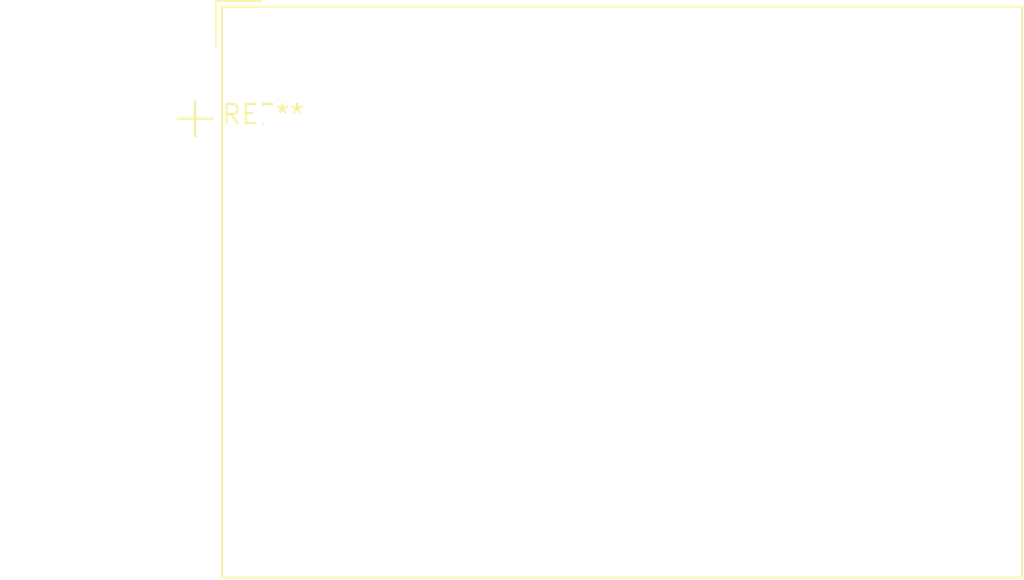
<source format=kicad_pcb>
(kicad_pcb (version 20240108) (generator pcbnew)
  (layers (0 "F.Cu" signal) (31 "B.Cu" signal) (34 "B.Paste" user) (35 "F.Paste" user) (36 "B.SilkS" user "B.Silkscreen") (37 "F.SilkS" user "F.Silkscreen") (38 "B.Mask" user) (39 "F.Mask" user) (44 "Edge.Cuts" user))
  (net 0 "")
  (footprint "BatteryHolder_Keystone_2479_3xAAA" (layer "F.Cu") (at 0 0)
    (property "Reference" "REF**")
    (property "Value" "BatteryHolder_Keystone_2479_3xAAA")
    (fp_line (start -3.09 -7.5) (end -0.09 -7.5) (layer "F.SilkS") (stroke (width 0.12)))
    (fp_line (start -3.09 -4.5) (end -3.09 -7.5) (layer "F.SilkS") (stroke (width 0.12)))
    (fp_line (start -2.71 -7.12) (end -2.71 30.62) (layer "F.SilkS") (stroke (width 0.12)))
    (fp_line (start -2.71 -7.12) (end 50.16 -7.12) (layer "F.SilkS") (stroke (width 0.12)))
    (fp_line (start -2.71 30.62) (end 50.16 30.62) (layer "F.SilkS") (stroke (width 0.12)))
    (fp_line (start 50.16 -7.12) (end 50.16 30.62) (layer "F.SilkS") (stroke (width 0.12)))
    (fp_text user "+" (at -4.5 0.05 0) (layer "F.SilkS") (effects (font (size 3 3))))
    (pad "" np_thru_hole circle (at 23.72 0) (size 3.45 3.45) (drill 3.45) (layers *.Cu *.Mask))
    (pad "" np_thru_hole circle (at 23.72 23.5) (size 3.45 3.45) (drill 3.45) (layers *.Cu *.Mask))
    (pad "1" thru_hole rect (at 0 0) (size 3 3) (drill 1.1) (layers *.Cu *.Mask) (remove_unused_layers))
    (pad "2" thru_hole circle (at 0 12.7) (size 3 3) (drill 1.1) (layers *.Cu *.Mask) (remove_unused_layers))
  )
)
</source>
